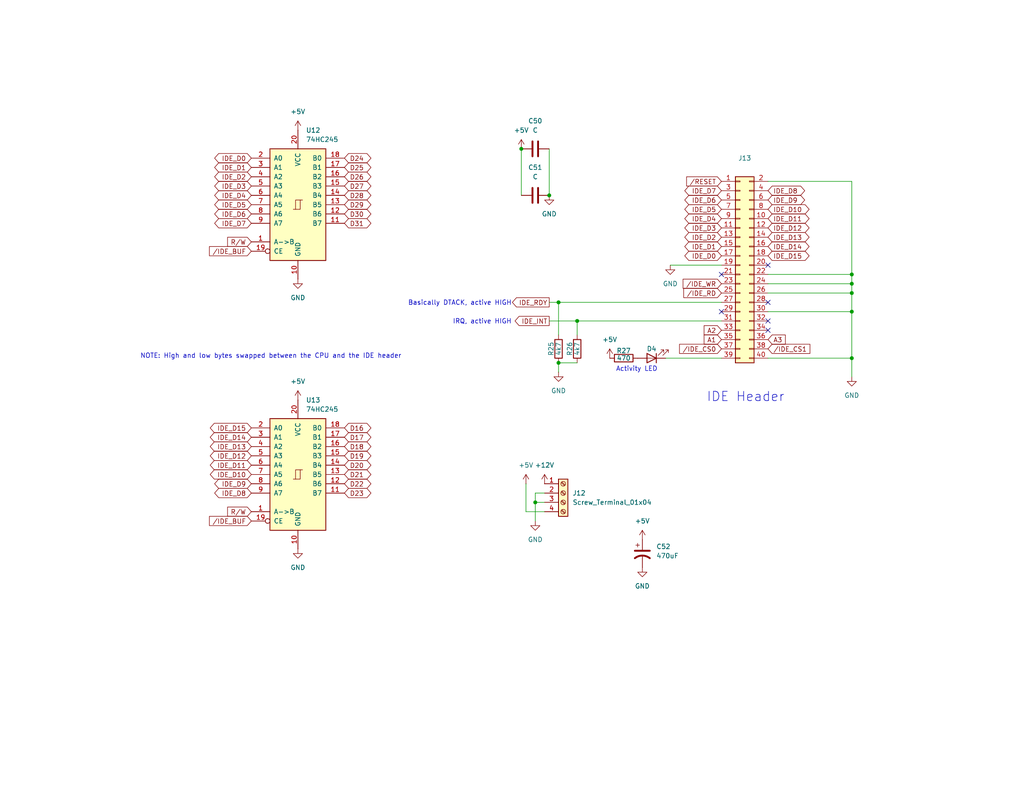
<source format=kicad_sch>
(kicad_sch (version 20231120) (generator "eeschema") (generator_version "8.0")
  (paper "A")
  (title_block (title "Mackerel-30 Proto") (date "2024-10-05") (rev "1.0") (company "Colin Maykish"))
  (lib_symbols
    (symbol "74xx:74HC245" (pin_names (offset 1.016))
      (property "Reference" "U" (at -7.62 16.51 0))
      (property "Value" "74HC245" (at -7.62 -16.51 0))
      (symbol "74HC245_1_0"
        (polyline (pts (xy -0.635 -1.27) (xy -0.635 1.27) (xy 0.635 1.27)))
        (polyline (pts (xy -1.27 -1.27) (xy 0.635 -1.27) (xy 0.635 1.27) (xy 1.27 1.27)))
        (pin input line (at -12.7 -10.16 0) (length 5.08) (name "A->B") (number "1"))
        (pin power_in line (at 0 -20.32 90) (length 5.08) (name "GND") (number "10"))
        (pin tri_state line (at 12.7 -5.08 180) (length 5.08) (name "B7") (number "11"))
        (pin tri_state line (at 12.7 -2.54 180) (length 5.08) (name "B6") (number "12"))
        (pin tri_state line (at 12.7 0 180) (length 5.08) (name "B5") (number "13"))
        (pin tri_state line (at 12.7 2.54 180) (length 5.08) (name "B4") (number "14"))
        (pin tri_state line (at 12.7 5.08 180) (length 5.08) (name "B3") (number "15"))
        (pin tri_state line (at 12.7 7.62 180) (length 5.08) (name "B2") (number "16"))
        (pin tri_state line (at 12.7 10.16 180) (length 5.08) (name "B1") (number "17"))
        (pin tri_state line (at 12.7 12.7 180) (length 5.08) (name "B0") (number "18"))
        (pin input inverted (at -12.7 -12.7 0) (length 5.08) (name "CE") (number "19"))
        (pin tri_state line (at -12.7 12.7 0) (length 5.08) (name "A0") (number "2"))
        (pin power_in line (at 0 20.32 270) (length 5.08) (name "VCC") (number "20"))
        (pin tri_state line (at -12.7 10.16 0) (length 5.08) (name "A1") (number "3"))
        (pin tri_state line (at -12.7 7.62 0) (length 5.08) (name "A2") (number "4"))
        (pin tri_state line (at -12.7 5.08 0) (length 5.08) (name "A3") (number "5"))
        (pin tri_state line (at -12.7 2.54 0) (length 5.08) (name "A4") (number "6"))
        (pin tri_state line (at -12.7 0 0) (length 5.08) (name "A5") (number "7"))
        (pin tri_state line (at -12.7 -2.54 0) (length 5.08) (name "A6") (number "8"))
        (pin tri_state line (at -12.7 -5.08 0) (length 5.08) (name "A7") (number "9"))
      )
      (symbol "74HC245_1_1"
        (rectangle (start -7.62 15.24) (end 7.62 -15.24) (stroke (width 0.254)) (fill (type background)))
      )
    )
    (symbol "Connector:Screw_Terminal_01x04" (pin_names (offset 1.016) hide)
      (property "Reference" "J" (at 0 5.08 0))
      (property "Value" "Screw_Terminal_01x04" (at 0 -7.62 0))
      (symbol "Screw_Terminal_01x04_1_1"
        (rectangle (start -1.27 3.81) (end 1.27 -6.35) (stroke (width 0.254)) (fill (type background)))
        (circle (center 0 -5.08) (radius 0.635) (stroke (width 0.1524)))
        (circle (center 0 -2.54) (radius 0.635) (stroke (width 0.1524)))
        (polyline (pts (xy -0.5334 -4.7498) (xy 0.3302 -5.588)) (stroke (width 0.1524)))
        (polyline (pts (xy -0.5334 -2.2098) (xy 0.3302 -3.048)) (stroke (width 0.1524)))
        (polyline (pts (xy -0.5334 0.3302) (xy 0.3302 -0.508)) (stroke (width 0.1524)))
        (polyline (pts (xy -0.5334 2.8702) (xy 0.3302 2.032)) (stroke (width 0.1524)))
        (polyline (pts (xy -0.3556 -4.572) (xy 0.508 -5.4102)) (stroke (width 0.1524)))
        (polyline (pts (xy -0.3556 -2.032) (xy 0.508 -2.8702)) (stroke (width 0.1524)))
        (polyline (pts (xy -0.3556 0.508) (xy 0.508 -0.3302)) (stroke (width 0.1524)))
        (polyline (pts (xy -0.3556 3.048) (xy 0.508 2.2098)) (stroke (width 0.1524)))
        (circle (center 0 0) (radius 0.635) (stroke (width 0.1524)))
        (circle (center 0 2.54) (radius 0.635) (stroke (width 0.1524)))
        (pin passive line (at -5.08 2.54 0) (length 3.81) (name "Pin_1") (number "1"))
        (pin passive line (at -5.08 0 0) (length 3.81) (name "Pin_2") (number "2"))
        (pin passive line (at -5.08 -2.54 0) (length 3.81) (name "Pin_3") (number "3"))
        (pin passive line (at -5.08 -5.08 0) (length 3.81) (name "Pin_4") (number "4"))
      )
    )
    (symbol "Connector_Generic:Conn_02x20_Odd_Even" (pin_names (offset 1.016) hide)
      (property "Reference" "J" (at 1.27 25.4 0))
      (property "Value" "Conn_02x20_Odd_Even" (at 1.27 -27.94 0))
      (symbol "Conn_02x20_Odd_Even_1_1"
        (rectangle (start -1.27 -25.273) (end 0 -25.527) (stroke (width 0.1524)))
        (rectangle (start -1.27 -22.733) (end 0 -22.987) (stroke (width 0.1524)))
        (rectangle (start -1.27 -20.193) (end 0 -20.447) (stroke (width 0.1524)))
        (rectangle (start -1.27 -17.653) (end 0 -17.907) (stroke (width 0.1524)))
        (rectangle (start -1.27 -15.113) (end 0 -15.367) (stroke (width 0.1524)))
        (rectangle (start -1.27 -12.573) (end 0 -12.827) (stroke (width 0.1524)))
        (rectangle (start -1.27 -10.033) (end 0 -10.287) (stroke (width 0.1524)))
        (rectangle (start -1.27 -7.493) (end 0 -7.747) (stroke (width 0.1524)))
        (rectangle (start -1.27 -4.953) (end 0 -5.207) (stroke (width 0.1524)))
        (rectangle (start -1.27 -2.413) (end 0 -2.667) (stroke (width 0.1524)))
        (rectangle (start -1.27 0.127) (end 0 -0.127) (stroke (width 0.1524)))
        (rectangle (start -1.27 2.667) (end 0 2.413) (stroke (width 0.1524)))
        (rectangle (start -1.27 5.207) (end 0 4.953) (stroke (width 0.1524)))
        (rectangle (start -1.27 7.747) (end 0 7.493) (stroke (width 0.1524)))
        (rectangle (start -1.27 10.287) (end 0 10.033) (stroke (width 0.1524)))
        (rectangle (start -1.27 12.827) (end 0 12.573) (stroke (width 0.1524)))
        (rectangle (start -1.27 15.367) (end 0 15.113) (stroke (width 0.1524)))
        (rectangle (start -1.27 17.907) (end 0 17.653) (stroke (width 0.1524)))
        (rectangle (start -1.27 20.447) (end 0 20.193) (stroke (width 0.1524)))
        (rectangle (start -1.27 22.987) (end 0 22.733) (stroke (width 0.1524)))
        (rectangle (start -1.27 24.13) (end 3.81 -26.67) (stroke (width 0.254)) (fill (type background)))
        (rectangle (start 3.81 -25.273) (end 2.54 -25.527) (stroke (width 0.1524)))
        (rectangle (start 3.81 -22.733) (end 2.54 -22.987) (stroke (width 0.1524)))
        (rectangle (start 3.81 -20.193) (end 2.54 -20.447) (stroke (width 0.1524)))
        (rectangle (start 3.81 -17.653) (end 2.54 -17.907) (stroke (width 0.1524)))
        (rectangle (start 3.81 -15.113) (end 2.54 -15.367) (stroke (width 0.1524)))
        (rectangle (start 3.81 -12.573) (end 2.54 -12.827) (stroke (width 0.1524)))
        (rectangle (start 3.81 -10.033) (end 2.54 -10.287) (stroke (width 0.1524)))
        (rectangle (start 3.81 -7.493) (end 2.54 -7.747) (stroke (width 0.1524)))
        (rectangle (start 3.81 -4.953) (end 2.54 -5.207) (stroke (width 0.1524)))
        (rectangle (start 3.81 -2.413) (end 2.54 -2.667) (stroke (width 0.1524)))
        (rectangle (start 3.81 0.127) (end 2.54 -0.127) (stroke (width 0.1524)))
        (rectangle (start 3.81 2.667) (end 2.54 2.413) (stroke (width 0.1524)))
        (rectangle (start 3.81 5.207) (end 2.54 4.953) (stroke (width 0.1524)))
        (rectangle (start 3.81 7.747) (end 2.54 7.493) (stroke (width 0.1524)))
        (rectangle (start 3.81 10.287) (end 2.54 10.033) (stroke (width 0.1524)))
        (rectangle (start 3.81 12.827) (end 2.54 12.573) (stroke (width 0.1524)))
        (rectangle (start 3.81 15.367) (end 2.54 15.113) (stroke (width 0.1524)))
        (rectangle (start 3.81 17.907) (end 2.54 17.653) (stroke (width 0.1524)))
        (rectangle (start 3.81 20.447) (end 2.54 20.193) (stroke (width 0.1524)))
        (rectangle (start 3.81 22.987) (end 2.54 22.733) (stroke (width 0.1524)))
        (pin passive line (at -5.08 22.86 0) (length 3.81) (name "Pin_1") (number "1"))
        (pin passive line (at 7.62 12.7 180) (length 3.81) (name "Pin_10") (number "10"))
        (pin passive line (at -5.08 10.16 0) (length 3.81) (name "Pin_11") (number "11"))
        (pin passive line (at 7.62 10.16 180) (length 3.81) (name "Pin_12") (number "12"))
        (pin passive line (at -5.08 7.62 0) (length 3.81) (name "Pin_13") (number "13"))
        (pin passive line (at 7.62 7.62 180) (length 3.81) (name "Pin_14") (number "14"))
        (pin passive line (at -5.08 5.08 0) (length 3.81) (name "Pin_15") (number "15"))
        (pin passive line (at 7.62 5.08 180) (length 3.81) (name "Pin_16") (number "16"))
        (pin passive line (at -5.08 2.54 0) (length 3.81) (name "Pin_17") (number "17"))
        (pin passive line (at 7.62 2.54 180) (length 3.81) (name "Pin_18") (number "18"))
        (pin passive line (at -5.08 0 0) (length 3.81) (name "Pin_19") (number "19"))
        (pin passive line (at 7.62 22.86 180) (length 3.81) (name "Pin_2") (number "2"))
        (pin passive line (at 7.62 0 180) (length 3.81) (name "Pin_20") (number "20"))
        (pin passive line (at -5.08 -2.54 0) (length 3.81) (name "Pin_21") (number "21"))
        (pin passive line (at 7.62 -2.54 180) (length 3.81) (name "Pin_22") (number "22"))
        (pin passive line (at -5.08 -5.08 0) (length 3.81) (name "Pin_23") (number "23"))
        (pin passive line (at 7.62 -5.08 180) (length 3.81) (name "Pin_24") (number "24"))
        (pin passive line (at -5.08 -7.62 0) (length 3.81) (name "Pin_25") (number "25"))
        (pin passive line (at 7.62 -7.62 180) (length 3.81) (name "Pin_26") (number "26"))
        (pin passive line (at -5.08 -10.16 0) (length 3.81) (name "Pin_27") (number "27"))
        (pin passive line (at 7.62 -10.16 180) (length 3.81) (name "Pin_28") (number "28"))
        (pin passive line (at -5.08 -12.7 0) (length 3.81) (name "Pin_29") (number "29"))
        (pin passive line (at -5.08 20.32 0) (length 3.81) (name "Pin_3") (number "3"))
        (pin passive line (at 7.62 -12.7 180) (length 3.81) (name "Pin_30") (number "30"))
        (pin passive line (at -5.08 -15.24 0) (length 3.81) (name "Pin_31") (number "31"))
        (pin passive line (at 7.62 -15.24 180) (length 3.81) (name "Pin_32") (number "32"))
        (pin passive line (at -5.08 -17.78 0) (length 3.81) (name "Pin_33") (number "33"))
        (pin passive line (at 7.62 -17.78 180) (length 3.81) (name "Pin_34") (number "34"))
        (pin passive line (at -5.08 -20.32 0) (length 3.81) (name "Pin_35") (number "35"))
        (pin passive line (at 7.62 -20.32 180) (length 3.81) (name "Pin_36") (number "36"))
        (pin passive line (at -5.08 -22.86 0) (length 3.81) (name "Pin_37") (number "37"))
        (pin passive line (at 7.62 -22.86 180) (length 3.81) (name "Pin_38") (number "38"))
        (pin passive line (at -5.08 -25.4 0) (length 3.81) (name "Pin_39") (number "39"))
        (pin passive line (at 7.62 20.32 180) (length 3.81) (name "Pin_4") (number "4"))
        (pin passive line (at 7.62 -25.4 180) (length 3.81) (name "Pin_40") (number "40"))
        (pin passive line (at -5.08 17.78 0) (length 3.81) (name "Pin_5") (number "5"))
        (pin passive line (at 7.62 17.78 180) (length 3.81) (name "Pin_6") (number "6"))
        (pin passive line (at -5.08 15.24 0) (length 3.81) (name "Pin_7") (number "7"))
        (pin passive line (at 7.62 15.24 180) (length 3.81) (name "Pin_8") (number "8"))
        (pin passive line (at -5.08 12.7 0) (length 3.81) (name "Pin_9") (number "9"))
      )
    )
    (symbol "Device:C" (pin_numbers hide) (pin_names (offset 0.254))
      (property "Reference" "C" (at 0.635 2.54 0))
      (property "Value" "C" (at 0.635 -2.54 0))
      (symbol "C_0_1"
        (polyline (pts (xy -2.032 -0.762) (xy 2.032 -0.762)) (stroke (width 0.508)))
        (polyline (pts (xy -2.032 0.762) (xy 2.032 0.762)) (stroke (width 0.508)))
      )
      (symbol "C_1_1"
        (pin passive line (at 0 3.81 270) (length 2.794) (name "~") (number "1"))
        (pin passive line (at 0 -3.81 90) (length 2.794) (name "~") (number "2"))
      )
    )
    (symbol "Device:C_Polarized_US" (pin_numbers hide) (pin_names (offset 0.254) hide)
      (property "Reference" "C" (at 0.635 2.54 0))
      (property "Value" "C_Polarized_US" (at 0.635 -2.54 0))
      (symbol "C_Polarized_US_0_1"
        (polyline (pts (xy -2.032 0.762) (xy 2.032 0.762)) (stroke (width 0.508)))
        (polyline (pts (xy -1.778 2.286) (xy -0.762 2.286)))
        (polyline (pts (xy -1.27 1.778) (xy -1.27 2.794)))
        (arc (start 2.032 -1.27) (mid 0 -0.5572) (end -2.032 -1.27) (stroke (width 0.508)))
      )
      (symbol "C_Polarized_US_1_1"
        (pin passive line (at 0 3.81 270) (length 2.794) (name "~") (number "1"))
        (pin passive line (at 0 -3.81 90) (length 3.302) (name "~") (number "2"))
      )
    )
    (symbol "Device:LED" (pin_numbers hide) (pin_names (offset 1.016) hide)
      (property "Reference" "D" (at 0 2.54 0))
      (property "Value" "LED" (at 0 -2.54 0))
      (symbol "LED_0_1"
        (polyline (pts (xy -1.27 -1.27) (xy -1.27 1.27)) (stroke (width 0.254)))
        (polyline (pts (xy -1.27 0) (xy 1.27 0)))
        (polyline (pts (xy 1.27 -1.27) (xy 1.27 1.27) (xy -1.27 0) (xy 1.27 -1.27)) (stroke (width 0.254)))
        (polyline (pts (xy -3.048 -0.762) (xy -4.572 -2.286) (xy -3.81 -2.286) (xy -4.572 -2.286) (xy -4.572 -1.524)))
        (polyline (pts (xy -1.778 -0.762) (xy -3.302 -2.286) (xy -2.54 -2.286) (xy -3.302 -2.286) (xy -3.302 -1.524)))
      )
      (symbol "LED_1_1"
        (pin passive line (at -3.81 0 0) (length 2.54) (name "K") (number "1"))
        (pin passive line (at 3.81 0 180) (length 2.54) (name "A") (number "2"))
      )
    )
    (symbol "Device:R" (pin_numbers hide) (pin_names (offset 0))
      (property "Reference" "R" (at 2.032 0 90))
      (property "Value" "R" (at 0 0 90))
      (symbol "R_0_1"
        (rectangle (start -1.016 -2.54) (end 1.016 2.54) (stroke (width 0.254)))
      )
      (symbol "R_1_1"
        (pin passive line (at 0 3.81 270) (length 1.27) (name "~") (number "1"))
        (pin passive line (at 0 -3.81 90) (length 1.27) (name "~") (number "2"))
      )
    )
    (symbol "power:+12V" (power) (pin_numbers hide) (pin_names (offset 0) hide)
      (property "Value" "+12V" (at 0 3.556 0))
      (symbol "+12V_0_1"
        (polyline (pts (xy -0.762 1.27) (xy 0 2.54)))
        (polyline (pts (xy 0 0) (xy 0 2.54)))
        (polyline (pts (xy 0 2.54) (xy 0.762 1.27)))
      )
      (symbol "+12V_1_1"
        (pin power_in line (at 0 0 90) (length 0) (name "~") (number "1"))
      )
    )
    (symbol "power:+5V" (power) (pin_numbers hide) (pin_names (offset 0) hide)
      (property "Value" "+5V" (at 0 3.556 0))
      (symbol "+5V_0_1"
        (polyline (pts (xy -0.762 1.27) (xy 0 2.54)))
        (polyline (pts (xy 0 0) (xy 0 2.54)))
        (polyline (pts (xy 0 2.54) (xy 0.762 1.27)))
      )
      (symbol "+5V_1_1"
        (pin power_in line (at 0 0 90) (length 0) (name "~") (number "1"))
      )
    )
    (symbol "power:GND" (power) (pin_numbers hide) (pin_names (offset 0) hide)
      (property "Value" "GND" (at 0 -3.81 0))
      (symbol "GND_0_1"
        (polyline (pts (xy 0 0) (xy 0 -1.27) (xy 1.27 -1.27) (xy 0 -2.54) (xy -1.27 -1.27) (xy 0 -1.27)))
      )
      (symbol "GND_1_1"
        (pin power_in line (at 0 0 270) (length 0) (name "~") (number "1"))
      )
    )
  )
  (junction (at 152.4 99.06))
  (junction (at 157.48 87.63))
  (junction (at 232.41 85.09))
  (junction (at 232.41 97.79))
  (junction (at 232.41 77.47))
  (junction (at 142.24 40.64))
  (junction (at 152.4 82.55))
  (junction (at 232.41 80.01))
  (junction (at 232.41 74.93))
  (junction (at 149.86 53.34))
  (junction (at 146.05 137.16))
  (no_connect (at 196.85 74.93))
  (no_connect (at 196.85 85.09))
  (no_connect (at 209.55 82.55))
  (no_connect (at 209.55 90.17))
  (no_connect (at 209.55 87.63))
  (no_connect (at 209.55 72.39))
  (wire (pts (xy 232.41 77.47) (xy 232.41 74.93)))
  (wire (pts (xy 209.55 80.01) (xy 232.41 80.01)))
  (wire (pts (xy 157.48 87.63) (xy 157.48 91.44)))
  (wire (pts (xy 146.05 142.24) (xy 146.05 137.16)))
  (wire (pts (xy 232.41 102.87) (xy 232.41 97.79)))
  (wire (pts (xy 143.51 139.7) (xy 148.59 139.7)))
  (wire (pts (xy 146.05 137.16) (xy 148.59 137.16)))
  (wire (pts (xy 157.48 87.63) (xy 196.85 87.63)))
  (wire (pts (xy 232.41 85.09) (xy 232.41 80.01)))
  (wire (pts (xy 152.4 82.55) (xy 152.4 91.44)))
  (wire (pts (xy 209.55 85.09) (xy 232.41 85.09)))
  (wire (pts (xy 146.05 137.16) (xy 146.05 134.62)))
  (wire (pts (xy 209.55 77.47) (xy 232.41 77.47)))
  (wire (pts (xy 232.41 74.93) (xy 232.41 49.53)))
  (wire (pts (xy 149.86 82.55) (xy 152.4 82.55)))
  (wire (pts (xy 209.55 74.93) (xy 232.41 74.93)))
  (wire (pts (xy 149.86 40.64) (xy 149.86 53.34)))
  (wire (pts (xy 182.88 72.39) (xy 196.85 72.39)))
  (wire (pts (xy 181.61 97.79) (xy 196.85 97.79)))
  (wire (pts (xy 152.4 82.55) (xy 196.85 82.55)))
  (wire (pts (xy 152.4 99.06) (xy 157.48 99.06)))
  (wire (pts (xy 146.05 134.62) (xy 148.59 134.62)))
  (wire (pts (xy 232.41 49.53) (xy 209.55 49.53)))
  (wire (pts (xy 143.51 132.08) (xy 143.51 139.7)))
  (wire (pts (xy 232.41 97.79) (xy 232.41 85.09)))
  (wire (pts (xy 149.86 87.63) (xy 157.48 87.63)))
  (wire (pts (xy 152.4 99.06) (xy 152.4 101.6)))
  (wire (pts (xy 142.24 40.64) (xy 142.24 53.34)))
  (wire (pts (xy 209.55 97.79) (xy 232.41 97.79)))
  (wire (pts (xy 232.41 80.01) (xy 232.41 77.47)))
  (text "Activity LED" (at 173.736 100.838 0) (effects (font (size 1.27 1.27))))
  (text "IRQ, active HIGH" (at 131.572 87.884 0) (effects (font (size 1.27 1.27))))
  (text "NOTE: High and low bytes swapped between the CPU and the IDE header" (at 73.914 97.282 0) (effects (font (size 1.27 1.27))))
  (text "Basically DTACK, active HIGH" (at 125.476 82.804 0) (effects (font (size 1.27 1.27))))
  (text "IDE Header" (at 203.454 108.458 0) (effects (font (size 2.54 2.54))))
  (global_label "{slash}IDE_WR" (shape input) (at 196.85 77.47 180) (property "Intersheetrefs" "${INTERSHEET_REFS}" (effects (hide yes))))
  (global_label "{slash}IDE_RD" (shape input) (at 196.85 80.01 180) (property "Intersheetrefs" "${INTERSHEET_REFS}" (effects (hide yes))))
  (global_label "IDE_D13" (shape bidirectional) (at 209.55 64.77 0) (property "Intersheetrefs" "${INTERSHEET_REFS}" (effects (hide yes))))
  (global_label "IDE_D7" (shape bidirectional) (at 196.85 52.07 180) (property "Intersheetrefs" "${INTERSHEET_REFS}" (effects (hide yes))))
  (global_label "IDE_D4" (shape bidirectional) (at 68.58 53.34 180) (property "Intersheetrefs" "${INTERSHEET_REFS}" (effects (hide yes))))
  (global_label "{slash}IDE_CS0" (shape input) (at 196.85 95.25 180) (property "Intersheetrefs" "${INTERSHEET_REFS}" (effects (hide yes))))
  (global_label "D29" (shape bidirectional) (at 93.98 55.88 0) (property "Intersheetrefs" "${INTERSHEET_REFS}" (effects (hide yes))))
  (global_label "IDE_RDY" (shape output) (at 149.86 82.55 180) (property "Intersheetrefs" "${INTERSHEET_REFS}" (effects (hide yes))))
  (global_label "D26" (shape bidirectional) (at 93.98 48.26 0) (property "Intersheetrefs" "${INTERSHEET_REFS}" (effects (hide yes))))
  (global_label "D16" (shape bidirectional) (at 93.98 116.84 0) (property "Intersheetrefs" "${INTERSHEET_REFS}" (effects (hide yes))))
  (global_label "D19" (shape bidirectional) (at 93.98 124.46 0) (property "Intersheetrefs" "${INTERSHEET_REFS}" (effects (hide yes))))
  (global_label "D31" (shape bidirectional) (at 93.98 60.96 0) (property "Intersheetrefs" "${INTERSHEET_REFS}" (effects (hide yes))))
  (global_label "A1" (shape input) (at 196.85 92.71 180) (property "Intersheetrefs" "${INTERSHEET_REFS}" (effects (hide yes))))
  (global_label "IDE_D15" (shape bidirectional) (at 209.55 69.85 0) (property "Intersheetrefs" "${INTERSHEET_REFS}" (effects (hide yes))))
  (global_label "D27" (shape bidirectional) (at 93.98 50.8 0) (property "Intersheetrefs" "${INTERSHEET_REFS}" (effects (hide yes))))
  (global_label "IDE_D8" (shape bidirectional) (at 68.58 134.62 180) (property "Intersheetrefs" "${INTERSHEET_REFS}" (effects (hide yes))))
  (global_label "IDE_D2" (shape bidirectional) (at 68.58 48.26 180) (property "Intersheetrefs" "${INTERSHEET_REFS}" (effects (hide yes))))
  (global_label "A2" (shape input) (at 196.85 90.17 180) (property "Intersheetrefs" "${INTERSHEET_REFS}" (effects (hide yes))))
  (global_label "IDE_D10" (shape bidirectional) (at 68.58 129.54 180) (property "Intersheetrefs" "${INTERSHEET_REFS}" (effects (hide yes))))
  (global_label "IDE_D1" (shape bidirectional) (at 196.85 67.31 180) (property "Intersheetrefs" "${INTERSHEET_REFS}" (effects (hide yes))))
  (global_label "D20" (shape bidirectional) (at 93.98 127 0) (property "Intersheetrefs" "${INTERSHEET_REFS}" (effects (hide yes))))
  (global_label "D18" (shape bidirectional) (at 93.98 121.92 0) (property "Intersheetrefs" "${INTERSHEET_REFS}" (effects (hide yes))))
  (global_label "D23" (shape bidirectional) (at 93.98 134.62 0) (property "Intersheetrefs" "${INTERSHEET_REFS}" (effects (hide yes))))
  (global_label "IDE_D9" (shape bidirectional) (at 209.55 54.61 0) (property "Intersheetrefs" "${INTERSHEET_REFS}" (effects (hide yes))))
  (global_label "IDE_D7" (shape bidirectional) (at 68.58 60.96 180) (property "Intersheetrefs" "${INTERSHEET_REFS}" (effects (hide yes))))
  (global_label "IDE_D0" (shape bidirectional) (at 196.85 69.85 180) (property "Intersheetrefs" "${INTERSHEET_REFS}" (effects (hide yes))))
  (global_label "{slash}IDE_BUF" (shape input) (at 68.58 68.58 180) (property "Intersheetrefs" "${INTERSHEET_REFS}" (effects (hide yes))))
  (global_label "IDE_D12" (shape bidirectional) (at 68.58 124.46 180) (property "Intersheetrefs" "${INTERSHEET_REFS}" (effects (hide yes))))
  (global_label "IDE_D3" (shape bidirectional) (at 196.85 62.23 180) (property "Intersheetrefs" "${INTERSHEET_REFS}" (effects (hide yes))))
  (global_label "D30" (shape bidirectional) (at 93.98 58.42 0) (property "Intersheetrefs" "${INTERSHEET_REFS}" (effects (hide yes))))
  (global_label "{slash}RESET" (shape input) (at 196.85 49.53 180) (property "Intersheetrefs" "${INTERSHEET_REFS}" (effects (hide yes))))
  (global_label "IDE_D3" (shape bidirectional) (at 68.58 50.8 180) (property "Intersheetrefs" "${INTERSHEET_REFS}" (effects (hide yes))))
  (global_label "IDE_D11" (shape bidirectional) (at 68.58 127 180) (property "Intersheetrefs" "${INTERSHEET_REFS}" (effects (hide yes))))
  (global_label "R{slash}W" (shape input) (at 68.58 139.7 180) (property "Intersheetrefs" "${INTERSHEET_REFS}" (effects (hide yes))))
  (global_label "IDE_D2" (shape bidirectional) (at 196.85 64.77 180) (property "Intersheetrefs" "${INTERSHEET_REFS}" (effects (hide yes))))
  (global_label "D21" (shape bidirectional) (at 93.98 129.54 0) (property "Intersheetrefs" "${INTERSHEET_REFS}" (effects (hide yes))))
  (global_label "IDE_D6" (shape bidirectional) (at 196.85 54.61 180) (property "Intersheetrefs" "${INTERSHEET_REFS}" (effects (hide yes))))
  (global_label "IDE_D12" (shape bidirectional) (at 209.55 62.23 0) (property "Intersheetrefs" "${INTERSHEET_REFS}" (effects (hide yes))))
  (global_label "R{slash}W" (shape input) (at 68.58 66.04 180) (property "Intersheetrefs" "${INTERSHEET_REFS}" (effects (hide yes))))
  (global_label "D25" (shape bidirectional) (at 93.98 45.72 0) (property "Intersheetrefs" "${INTERSHEET_REFS}" (effects (hide yes))))
  (global_label "IDE_D0" (shape bidirectional) (at 68.58 43.18 180) (property "Intersheetrefs" "${INTERSHEET_REFS}" (effects (hide yes))))
  (global_label "A3" (shape input) (at 209.55 92.71 0) (property "Intersheetrefs" "${INTERSHEET_REFS}" (effects (hide yes))))
  (global_label "IDE_D8" (shape bidirectional) (at 209.55 52.07 0) (property "Intersheetrefs" "${INTERSHEET_REFS}" (effects (hide yes))))
  (global_label "IDE_D13" (shape bidirectional) (at 68.58 121.92 180) (property "Intersheetrefs" "${INTERSHEET_REFS}" (effects (hide yes))))
  (global_label "{slash}IDE_CS1" (shape input) (at 209.55 95.25 0) (property "Intersheetrefs" "${INTERSHEET_REFS}" (effects (hide yes))))
  (global_label "IDE_D4" (shape bidirectional) (at 196.85 59.69 180) (property "Intersheetrefs" "${INTERSHEET_REFS}" (effects (hide yes))))
  (global_label "D28" (shape bidirectional) (at 93.98 53.34 0) (property "Intersheetrefs" "${INTERSHEET_REFS}" (effects (hide yes))))
  (global_label "D22" (shape bidirectional) (at 93.98 132.08 0) (property "Intersheetrefs" "${INTERSHEET_REFS}" (effects (hide yes))))
  (global_label "IDE_D10" (shape bidirectional) (at 209.55 57.15 0) (property "Intersheetrefs" "${INTERSHEET_REFS}" (effects (hide yes))))
  (global_label "IDE_D14" (shape bidirectional) (at 209.55 67.31 0) (property "Intersheetrefs" "${INTERSHEET_REFS}" (effects (hide yes))))
  (global_label "IDE_D15" (shape bidirectional) (at 68.58 116.84 180) (property "Intersheetrefs" "${INTERSHEET_REFS}" (effects (hide yes))))
  (global_label "D24" (shape bidirectional) (at 93.98 43.18 0) (property "Intersheetrefs" "${INTERSHEET_REFS}" (effects (hide yes))))
  (global_label "D17" (shape bidirectional) (at 93.98 119.38 0) (property "Intersheetrefs" "${INTERSHEET_REFS}" (effects (hide yes))))
  (global_label "IDE_D11" (shape bidirectional) (at 209.55 59.69 0) (property "Intersheetrefs" "${INTERSHEET_REFS}" (effects (hide yes))))
  (global_label "IDE_D6" (shape bidirectional) (at 68.58 58.42 180) (property "Intersheetrefs" "${INTERSHEET_REFS}" (effects (hide yes))))
  (global_label "IDE_D5" (shape bidirectional) (at 68.58 55.88 180) (property "Intersheetrefs" "${INTERSHEET_REFS}" (effects (hide yes))))
  (global_label "IDE_D5" (shape bidirectional) (at 196.85 57.15 180) (property "Intersheetrefs" "${INTERSHEET_REFS}" (effects (hide yes))))
  (global_label "IDE_INT" (shape output) (at 149.86 87.63 180) (property "Intersheetrefs" "${INTERSHEET_REFS}" (effects (hide yes))))
  (global_label "{slash}IDE_BUF" (shape input) (at 68.58 142.24 180) (property "Intersheetrefs" "${INTERSHEET_REFS}" (effects (hide yes))))
  (global_label "IDE_D14" (shape bidirectional) (at 68.58 119.38 180) (property "Intersheetrefs" "${INTERSHEET_REFS}" (effects (hide yes))))
  (global_label "IDE_D1" (shape bidirectional) (at 68.58 45.72 180) (property "Intersheetrefs" "${INTERSHEET_REFS}" (effects (hide yes))))
  (global_label "IDE_D9" (shape bidirectional) (at 68.58 132.08 180) (property "Intersheetrefs" "${INTERSHEET_REFS}" (effects (hide yes))))
  (symbol (lib_id "power:+5V") (at 175.26 147.32 0) (unit 1)
    (property "Reference" "#PWR094" (effects (hide yes)))
    (property "Value" "+5V" (at 175.26 142.24 0))
    (property "Description" "Power symbol creates a global label with name \"+5V\"" (effects (hide yes)))
  )
  (symbol (lib_id "power:+5V") (at 81.28 35.56 0) (unit 1)
    (property "Reference" "#PWR083" (effects (hide yes)))
    (property "Value" "+5V" (at 81.28 30.48 0))
    (property "Description" "Power symbol creates a global label with name \"+5V\"" (effects (hide yes)))
  )
  (symbol (lib_id "power:GND") (at 81.28 149.86 0) (unit 1)
    (property "Reference" "#PWR086" (effects (hide yes)))
    (property "Value" "GND" (at 81.28 154.94 0))
    (property "Description" "Power symbol creates a global label with name \"GND\" , ground" (effects (hide yes)))
  )
  (symbol (lib_id "power:GND") (at 232.41 102.87 0) (unit 1)
    (property "Reference" "#PWR097" (effects (hide yes)))
    (property "Value" "GND" (at 232.41 107.95 0))
    (property "Description" "Power symbol creates a global label with name \"GND\" , ground" (effects (hide yes)))
  )
  (symbol (lib_id "74xx:74HC245") (at 81.28 129.54 0) (unit 1)
    (property "Reference" "U13" (at 83.4741 109.22 0) (effects (justify left)))
    (property "Value" "74HC245" (at 83.4741 111.76 0) (effects (justify left)))
    (property "Footprint" "Package_DIP:DIP-20_W7.62mm_Socket" (effects (hide yes)))
    (property "Datasheet" "http://www.ti.com/lit/gpn/sn74HC245" (effects (hide yes)))
    (property "Description" "Octal BUS Transceivers, 3-State outputs" (effects (hide yes)))
  )
  (symbol (lib_id "Device:R") (at 170.18 97.79 90) (unit 1)
    (property "Reference" "R27" (at 170.18 95.758 90))
    (property "Value" "470" (at 170.18 97.79 90))
    (property "Footprint" "Resistor_THT:R_Axial_DIN0207_L6.3mm_D2.5mm_P7.62mm_Horizontal" (effects (hide yes)))
    (property "Description" "Resistor" (effects (hide yes)))
  )
  (symbol (lib_id "Device:C_Polarized_US") (at 175.26 151.13 0) (unit 1)
    (property "Reference" "C52" (at 179.07 149.2249 0) (effects (justify left)))
    (property "Value" "470uF" (at 179.07 151.7649 0) (effects (justify left)))
    (property "Footprint" "Capacitor_THT:CP_Radial_D8.0mm_P3.50mm" (effects (hide yes)))
    (property "Description" "Polarized capacitor, US symbol" (effects (hide yes)))
  )
  (symbol (lib_id "power:GND") (at 182.88 72.39 0) (unit 1)
    (property "Reference" "#PWR096" (effects (hide yes)))
    (property "Value" "GND" (at 182.88 77.47 0))
    (property "Description" "Power symbol creates a global label with name \"GND\" , ground" (effects (hide yes)))
  )
  (symbol (lib_id "Device:R") (at 152.4 95.25 180) (unit 1)
    (property "Reference" "R25" (at 150.368 95.25 90))
    (property "Value" "4k7" (at 152.4 95.25 90))
    (property "Footprint" "Resistor_THT:R_Axial_DIN0207_L6.3mm_D2.5mm_P7.62mm_Horizontal" (effects (hide yes)))
    (property "Description" "Resistor" (effects (hide yes)))
  )
  (symbol (lib_id "power:GND") (at 146.05 142.24 0) (unit 1)
    (property "Reference" "#PWR089" (effects (hide yes)))
    (property "Value" "GND" (at 146.05 147.32 0))
    (property "Description" "Power symbol creates a global label with name \"GND\" , ground" (effects (hide yes)))
  )
  (symbol (lib_id "power:+5V") (at 142.24 40.64 0) (unit 1)
    (property "Reference" "#PWR087" (effects (hide yes)))
    (property "Value" "+5V" (at 142.24 35.56 0))
    (property "Description" "Power symbol creates a global label with name \"+5V\"" (effects (hide yes)))
  )
  (symbol (lib_id "power:+5V") (at 143.51 132.08 0) (unit 1)
    (property "Reference" "#PWR088" (effects (hide yes)))
    (property "Value" "+5V" (at 143.51 127 0))
    (property "Description" "Power symbol creates a global label with name \"+5V\"" (effects (hide yes)))
  )
  (symbol (lib_id "74xx:74HC245") (at 81.28 55.88 0) (unit 1)
    (property "Reference" "U12" (at 83.4741 35.56 0) (effects (justify left)))
    (property "Value" "74HC245" (at 83.4741 38.1 0) (effects (justify left)))
    (property "Footprint" "Package_DIP:DIP-20_W7.62mm_Socket" (effects (hide yes)))
    (property "Datasheet" "http://www.ti.com/lit/gpn/sn74HC245" (effects (hide yes)))
    (property "Description" "Octal BUS Transceivers, 3-State outputs" (effects (hide yes)))
  )
  (symbol (lib_id "power:+5V") (at 166.37 97.79 0) (unit 1)
    (property "Reference" "#PWR093" (effects (hide yes)))
    (property "Value" "+5V" (at 166.37 92.71 0))
    (property "Description" "Power symbol creates a global label with name \"+5V\"" (effects (hide yes)))
  )
  (symbol (lib_id "power:GND") (at 175.26 154.94 0) (unit 1)
    (property "Reference" "#PWR095" (effects (hide yes)))
    (property "Value" "GND" (at 175.26 160.02 0))
    (property "Description" "Power symbol creates a global label with name \"GND\" , ground" (effects (hide yes)))
  )
  (symbol (lib_id "Device:C") (at 146.05 40.64 90) (unit 1)
    (property "Reference" "C50" (at 146.05 33.02 90))
    (property "Value" "C" (at 146.05 35.56 90))
    (property "Footprint" "Capacitor_THT:C_Disc_D4.3mm_W1.9mm_P5.00mm" (effects (hide yes)))
    (property "Description" "Unpolarized capacitor" (effects (hide yes)))
  )
  (symbol (lib_id "Connector_Generic:Conn_02x20_Odd_Even") (at 201.93 72.39 0) (unit 1)
    (property "Reference" "J13" (at 203.2 43.18 0))
    (property "Value" "Conn_02x20_Odd_Even" (effects (hide yes)))
    (property "Footprint" "Connector_IDC:IDC-Header_2x20_P2.54mm_Vertical" (effects (hide yes)))
    (property "Description" "Generic connector, double row, 02x20, odd/even pin numbering scheme (row 1 odd numbers, row 2 even numbers), script generated (kicad-library-utils/schlib/autogen/connector/)" (effects (hide yes)))
  )
  (symbol (lib_id "power:+5V") (at 81.28 109.22 0) (unit 1)
    (property "Reference" "#PWR085" (effects (hide yes)))
    (property "Value" "+5V" (at 81.28 104.14 0))
    (property "Description" "Power symbol creates a global label with name \"+5V\"" (effects (hide yes)))
  )
  (symbol (lib_id "Connector:Screw_Terminal_01x04") (at 153.67 134.62 0) (unit 1)
    (property "Reference" "J12" (at 156.21 134.6199 0) (effects (justify left)))
    (property "Value" "Screw_Terminal_01x04" (at 156.21 137.1599 0) (effects (justify left)))
    (property "Footprint" "TerminalBlock:TerminalBlock_bornier-4_P5.08mm" (effects (hide yes)))
    (property "Description" "Generic screw terminal, single row, 01x04, script generated (kicad-library-utils/schlib/autogen/connector/)" (effects (hide yes)))
  )
  (symbol (lib_id "power:GND") (at 152.4 101.6 0) (unit 1)
    (property "Reference" "#PWR092" (effects (hide yes)))
    (property "Value" "GND" (at 152.4 106.68 0))
    (property "Description" "Power symbol creates a global label with name \"GND\" , ground" (effects (hide yes)))
  )
  (symbol (lib_id "Device:LED") (at 177.8 97.79 180) (unit 1)
    (property "Reference" "D4" (at 177.8 95.25 0))
    (property "Value" "LED" (effects (hide yes)))
    (property "Footprint" "LED_THT:LED_D5.0mm" (effects (hide yes)))
    (property "Description" "Light emitting diode" (effects (hide yes)))
  )
  (symbol (lib_id "power:+12V") (at 148.59 132.08 0) (unit 1)
    (property "Reference" "#PWR090" (effects (hide yes)))
    (property "Value" "+12V" (at 148.59 127 0))
    (property "Description" "Power symbol creates a global label with name \"+12V\"" (effects (hide yes)))
  )
  (symbol (lib_id "power:GND") (at 149.86 53.34 0) (unit 1)
    (property "Reference" "#PWR091" (effects (hide yes)))
    (property "Value" "GND" (at 149.86 58.42 0))
    (property "Description" "Power symbol creates a global label with name \"GND\" , ground" (effects (hide yes)))
  )
  (symbol (lib_id "Device:C") (at 146.05 53.34 90) (unit 1)
    (property "Reference" "C51" (at 146.05 45.72 90))
    (property "Value" "C" (at 146.05 48.26 90))
    (property "Footprint" "Capacitor_THT:C_Disc_D4.3mm_W1.9mm_P5.00mm" (effects (hide yes)))
    (property "Description" "Unpolarized capacitor" (effects (hide yes)))
  )
  (symbol (lib_id "Device:R") (at 157.48 95.25 180) (unit 1)
    (property "Reference" "R26" (at 155.448 95.25 90))
    (property "Value" "4k7" (at 157.48 95.25 90))
    (property "Footprint" "Resistor_THT:R_Axial_DIN0207_L6.3mm_D2.5mm_P7.62mm_Horizontal" (effects (hide yes)))
    (property "Description" "Resistor" (effects (hide yes)))
  )
  (symbol (lib_id "power:GND") (at 81.28 76.2 0) (unit 1)
    (property "Reference" "#PWR084" (effects (hide yes)))
    (property "Value" "GND" (at 81.28 81.28 0))
    (property "Description" "Power symbol creates a global label with name \"GND\" , ground" (effects (hide yes)))
  )
)
</source>
